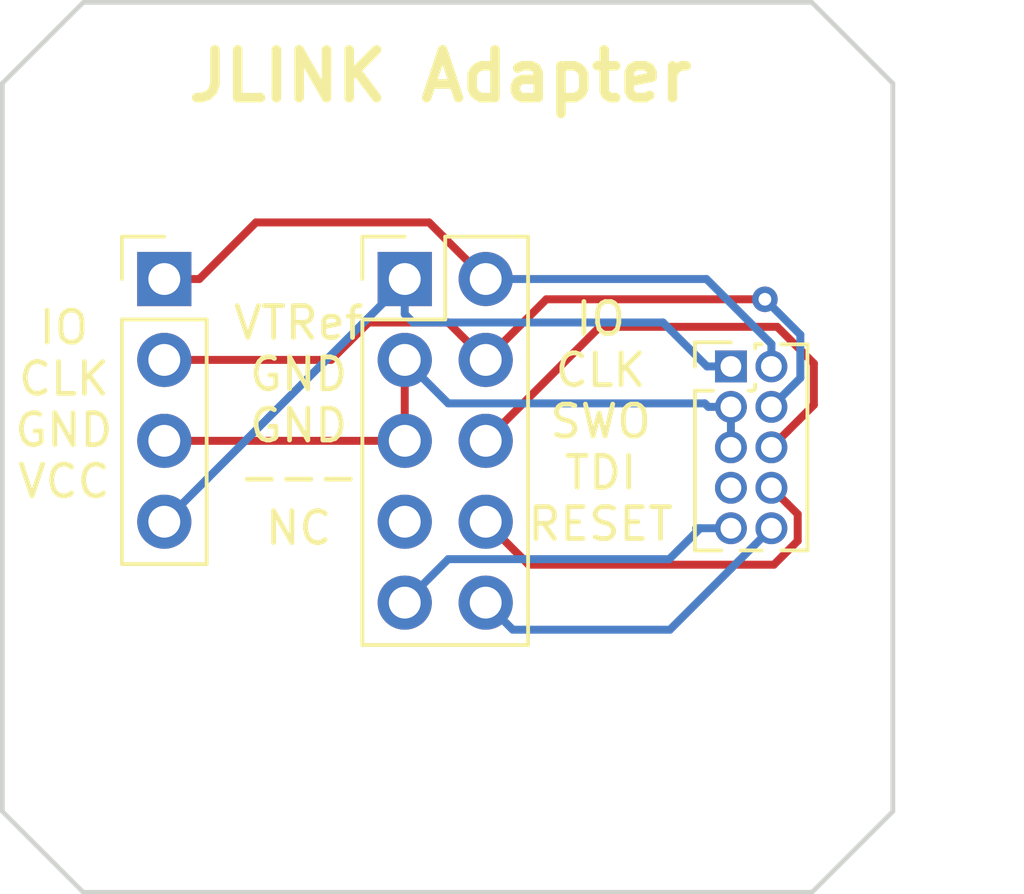
<source format=kicad_pcb>
(kicad_pcb (version 20171130) (host pcbnew "(5.0.0)")

  (general
    (thickness 1.6)
    (drawings 12)
    (tracks 55)
    (zones 0)
    (modules 3)
    (nets 9)
  )

  (page A4)
  (layers
    (0 F.Cu signal)
    (31 B.Cu signal)
    (32 B.Adhes user)
    (33 F.Adhes user)
    (34 B.Paste user)
    (35 F.Paste user)
    (36 B.SilkS user)
    (37 F.SilkS user)
    (38 B.Mask user)
    (39 F.Mask user)
    (40 Dwgs.User user)
    (41 Cmts.User user)
    (42 Eco1.User user)
    (43 Eco2.User user)
    (44 Edge.Cuts user)
    (45 Margin user)
    (46 B.CrtYd user)
    (47 F.CrtYd user)
    (48 B.Fab user)
    (49 F.Fab user)
  )

  (setup
    (last_trace_width 0.25)
    (trace_clearance 0.2)
    (zone_clearance 0.508)
    (zone_45_only no)
    (trace_min 0.2)
    (segment_width 0.2)
    (edge_width 0.15)
    (via_size 0.8)
    (via_drill 0.4)
    (via_min_size 0.4)
    (via_min_drill 0.3)
    (uvia_size 0.3)
    (uvia_drill 0.1)
    (uvias_allowed no)
    (uvia_min_size 0.2)
    (uvia_min_drill 0.1)
    (pcb_text_width 0.3)
    (pcb_text_size 1.5 1.5)
    (mod_edge_width 0.15)
    (mod_text_size 1 1)
    (mod_text_width 0.15)
    (pad_size 1.524 1.524)
    (pad_drill 0.762)
    (pad_to_mask_clearance 0.2)
    (aux_axis_origin 0 0)
    (visible_elements FFFFFF7F)
    (pcbplotparams
      (layerselection 0x010fc_ffffffff)
      (usegerberextensions false)
      (usegerberattributes false)
      (usegerberadvancedattributes false)
      (creategerberjobfile false)
      (excludeedgelayer true)
      (linewidth 0.100000)
      (plotframeref false)
      (viasonmask false)
      (mode 1)
      (useauxorigin false)
      (hpglpennumber 1)
      (hpglpenspeed 20)
      (hpglpendiameter 15.000000)
      (psnegative false)
      (psa4output false)
      (plotreference true)
      (plotvalue true)
      (plotinvisibletext false)
      (padsonsilk false)
      (subtractmaskfromsilk false)
      (outputformat 1)
      (mirror false)
      (drillshape 0)
      (scaleselection 1)
      (outputdirectory "Gerber/"))
  )

  (net 0 "")
  (net 1 VTRef)
  (net 2 SWDIO)
  (net 3 GND)
  (net 4 SWDCLK)
  (net 5 SWO)
  (net 6 TDI)
  (net 7 NC)
  (net 8 nRESET)

  (net_class Default "This is the default net class."
    (clearance 0.2)
    (trace_width 0.25)
    (via_dia 0.8)
    (via_drill 0.4)
    (uvia_dia 0.3)
    (uvia_drill 0.1)
    (add_net GND)
    (add_net NC)
    (add_net SWDCLK)
    (add_net SWDIO)
    (add_net SWO)
    (add_net TDI)
    (add_net VTRef)
    (add_net nRESET)
  )

  (module Connector_PinHeader_1.27mm:PinHeader_2x05_P1.27mm_Vertical (layer F.Cu) (tedit 5ED82828) (tstamp 5ED9910F)
    (at 48.26 36.83)
    (descr "Through hole straight pin header, 2x05, 1.27mm pitch, double rows")
    (tags "Through hole pin header THT 2x05 1.27mm double row")
    (path /5ED82E06)
    (fp_text reference J1 (at 0.635 -1.695) (layer F.SilkS) hide
      (effects (font (size 1 1) (thickness 0.15)))
    )
    (fp_text value Conn_02x05_Odd_Even (at 0.635 6.775) (layer F.Fab)
      (effects (font (size 1 1) (thickness 0.15)))
    )
    (fp_line (start -0.2175 -0.635) (end 2.34 -0.635) (layer F.Fab) (width 0.1))
    (fp_line (start 2.34 -0.635) (end 2.34 5.715) (layer F.Fab) (width 0.1))
    (fp_line (start 2.34 5.715) (end -1.07 5.715) (layer F.Fab) (width 0.1))
    (fp_line (start -1.07 5.715) (end -1.07 0.2175) (layer F.Fab) (width 0.1))
    (fp_line (start -1.07 0.2175) (end -0.2175 -0.635) (layer F.Fab) (width 0.1))
    (fp_line (start -1.13 5.775) (end -0.30753 5.775) (layer F.SilkS) (width 0.12))
    (fp_line (start 1.57753 5.775) (end 2.4 5.775) (layer F.SilkS) (width 0.12))
    (fp_line (start 0.30753 5.775) (end 0.96247 5.775) (layer F.SilkS) (width 0.12))
    (fp_line (start -1.13 0.76) (end -1.13 5.775) (layer F.SilkS) (width 0.12))
    (fp_line (start 2.4 -0.695) (end 2.4 5.775) (layer F.SilkS) (width 0.12))
    (fp_line (start -1.13 0.76) (end -0.563471 0.76) (layer F.SilkS) (width 0.12))
    (fp_line (start 0.563471 0.76) (end 0.706529 0.76) (layer F.SilkS) (width 0.12))
    (fp_line (start 0.76 0.706529) (end 0.76 0.563471) (layer F.SilkS) (width 0.12))
    (fp_line (start 0.76 -0.563471) (end 0.76 -0.695) (layer F.SilkS) (width 0.12))
    (fp_line (start 0.76 -0.695) (end 0.96247 -0.695) (layer F.SilkS) (width 0.12))
    (fp_line (start 1.57753 -0.695) (end 2.4 -0.695) (layer F.SilkS) (width 0.12))
    (fp_line (start -1.13 0) (end -1.13 -0.76) (layer F.SilkS) (width 0.12))
    (fp_line (start -1.13 -0.76) (end 0 -0.76) (layer F.SilkS) (width 0.12))
    (fp_line (start -1.6 -1.15) (end -1.6 6.25) (layer F.CrtYd) (width 0.05))
    (fp_line (start -1.6 6.25) (end 2.85 6.25) (layer F.CrtYd) (width 0.05))
    (fp_line (start 2.85 6.25) (end 2.85 -1.15) (layer F.CrtYd) (width 0.05))
    (fp_line (start 2.85 -1.15) (end -1.6 -1.15) (layer F.CrtYd) (width 0.05))
    (fp_text user %R (at 0.635 2.54 90) (layer F.Fab)
      (effects (font (size 1 1) (thickness 0.15)))
    )
    (pad 1 thru_hole rect (at 0 0) (size 1 1) (drill 0.65) (layers *.Cu *.Mask)
      (net 1 VTRef))
    (pad 2 thru_hole oval (at 1.27 0) (size 1 1) (drill 0.65) (layers *.Cu *.Mask)
      (net 2 SWDIO))
    (pad 3 thru_hole oval (at 0 1.27) (size 1 1) (drill 0.65) (layers *.Cu *.Mask)
      (net 3 GND))
    (pad 4 thru_hole oval (at 1.27 1.27) (size 1 1) (drill 0.65) (layers *.Cu *.Mask)
      (net 4 SWDCLK))
    (pad 5 thru_hole oval (at 0 2.54) (size 1 1) (drill 0.65) (layers *.Cu *.Mask)
      (net 3 GND))
    (pad 6 thru_hole oval (at 1.27 2.54) (size 1 1) (drill 0.65) (layers *.Cu *.Mask)
      (net 5 SWO))
    (pad 7 thru_hole oval (at 0 3.81) (size 1 1) (drill 0.65) (layers *.Cu *.Mask))
    (pad 8 thru_hole oval (at 1.27 3.81) (size 1 1) (drill 0.65) (layers *.Cu *.Mask)
      (net 6 TDI))
    (pad 9 thru_hole oval (at 0 5.08) (size 1 1) (drill 0.65) (layers *.Cu *.Mask)
      (net 7 NC))
    (pad 10 thru_hole oval (at 1.27 5.08) (size 1 1) (drill 0.65) (layers *.Cu *.Mask)
      (net 8 nRESET))
    (model ${KISYS3DMOD}/Connector_PinHeader_1.27mm.3dshapes/PinHeader_2x05_P1.27mm_Vertical.wrl
      (at (xyz 0 0 0))
      (scale (xyz 1 1 1))
      (rotate (xyz 0 0 0))
    )
  )

  (module Connector_PinHeader_2.54mm:PinHeader_2x05_P2.54mm_Vertical (layer F.Cu) (tedit 5ED82823) (tstamp 5ED9912F)
    (at 38.025001 34.085001)
    (descr "Through hole straight pin header, 2x05, 2.54mm pitch, double rows")
    (tags "Through hole pin header THT 2x05 2.54mm double row")
    (path /5ED824EF)
    (fp_text reference J2 (at 1.27 -2.33) (layer F.SilkS) hide
      (effects (font (size 1 1) (thickness 0.15)))
    )
    (fp_text value Conn_02x05_Odd_Even (at 1.27 12.49) (layer F.Fab)
      (effects (font (size 1 1) (thickness 0.15)))
    )
    (fp_line (start 0 -1.27) (end 3.81 -1.27) (layer F.Fab) (width 0.1))
    (fp_line (start 3.81 -1.27) (end 3.81 11.43) (layer F.Fab) (width 0.1))
    (fp_line (start 3.81 11.43) (end -1.27 11.43) (layer F.Fab) (width 0.1))
    (fp_line (start -1.27 11.43) (end -1.27 0) (layer F.Fab) (width 0.1))
    (fp_line (start -1.27 0) (end 0 -1.27) (layer F.Fab) (width 0.1))
    (fp_line (start -1.33 11.49) (end 3.87 11.49) (layer F.SilkS) (width 0.12))
    (fp_line (start -1.33 1.27) (end -1.33 11.49) (layer F.SilkS) (width 0.12))
    (fp_line (start 3.87 -1.33) (end 3.87 11.49) (layer F.SilkS) (width 0.12))
    (fp_line (start -1.33 1.27) (end 1.27 1.27) (layer F.SilkS) (width 0.12))
    (fp_line (start 1.27 1.27) (end 1.27 -1.33) (layer F.SilkS) (width 0.12))
    (fp_line (start 1.27 -1.33) (end 3.87 -1.33) (layer F.SilkS) (width 0.12))
    (fp_line (start -1.33 0) (end -1.33 -1.33) (layer F.SilkS) (width 0.12))
    (fp_line (start -1.33 -1.33) (end 0 -1.33) (layer F.SilkS) (width 0.12))
    (fp_line (start -1.8 -1.8) (end -1.8 11.95) (layer F.CrtYd) (width 0.05))
    (fp_line (start -1.8 11.95) (end 4.35 11.95) (layer F.CrtYd) (width 0.05))
    (fp_line (start 4.35 11.95) (end 4.35 -1.8) (layer F.CrtYd) (width 0.05))
    (fp_line (start 4.35 -1.8) (end -1.8 -1.8) (layer F.CrtYd) (width 0.05))
    (fp_text user %R (at 1.27 5.08 90) (layer F.Fab)
      (effects (font (size 1 1) (thickness 0.15)))
    )
    (pad 1 thru_hole rect (at 0 0) (size 1.7 1.7) (drill 1) (layers *.Cu *.Mask)
      (net 1 VTRef))
    (pad 2 thru_hole oval (at 2.54 0) (size 1.7 1.7) (drill 1) (layers *.Cu *.Mask)
      (net 2 SWDIO))
    (pad 3 thru_hole oval (at 0 2.54) (size 1.7 1.7) (drill 1) (layers *.Cu *.Mask)
      (net 3 GND))
    (pad 4 thru_hole oval (at 2.54 2.54) (size 1.7 1.7) (drill 1) (layers *.Cu *.Mask)
      (net 4 SWDCLK))
    (pad 5 thru_hole oval (at 0 5.08) (size 1.7 1.7) (drill 1) (layers *.Cu *.Mask)
      (net 3 GND))
    (pad 6 thru_hole oval (at 2.54 5.08) (size 1.7 1.7) (drill 1) (layers *.Cu *.Mask)
      (net 5 SWO))
    (pad 7 thru_hole oval (at 0 7.62) (size 1.7 1.7) (drill 1) (layers *.Cu *.Mask))
    (pad 8 thru_hole oval (at 2.54 7.62) (size 1.7 1.7) (drill 1) (layers *.Cu *.Mask)
      (net 6 TDI))
    (pad 9 thru_hole oval (at 0 10.16) (size 1.7 1.7) (drill 1) (layers *.Cu *.Mask)
      (net 7 NC))
    (pad 10 thru_hole oval (at 2.54 10.16) (size 1.7 1.7) (drill 1) (layers *.Cu *.Mask)
      (net 8 nRESET))
    (model ${KISYS3DMOD}/Connector_PinHeader_2.54mm.3dshapes/PinHeader_2x05_P2.54mm_Vertical.wrl
      (at (xyz 0 0 0))
      (scale (xyz 1 1 1))
      (rotate (xyz 0 0 0))
    )
  )

  (module Connector_PinHeader_2.54mm:PinHeader_1x04_P2.54mm_Vertical (layer F.Cu) (tedit 5ED8282D) (tstamp 5ED99147)
    (at 30.48 34.085001)
    (descr "Through hole straight pin header, 1x04, 2.54mm pitch, single row")
    (tags "Through hole pin header THT 1x04 2.54mm single row")
    (path /5ED82397)
    (fp_text reference J3 (at 0 -2.33) (layer F.SilkS) hide
      (effects (font (size 1 1) (thickness 0.15)))
    )
    (fp_text value Conn_01x04 (at 0 9.95) (layer F.Fab)
      (effects (font (size 1 1) (thickness 0.15)))
    )
    (fp_line (start -0.635 -1.27) (end 1.27 -1.27) (layer F.Fab) (width 0.1))
    (fp_line (start 1.27 -1.27) (end 1.27 8.89) (layer F.Fab) (width 0.1))
    (fp_line (start 1.27 8.89) (end -1.27 8.89) (layer F.Fab) (width 0.1))
    (fp_line (start -1.27 8.89) (end -1.27 -0.635) (layer F.Fab) (width 0.1))
    (fp_line (start -1.27 -0.635) (end -0.635 -1.27) (layer F.Fab) (width 0.1))
    (fp_line (start -1.33 8.95) (end 1.33 8.95) (layer F.SilkS) (width 0.12))
    (fp_line (start -1.33 1.27) (end -1.33 8.95) (layer F.SilkS) (width 0.12))
    (fp_line (start 1.33 1.27) (end 1.33 8.95) (layer F.SilkS) (width 0.12))
    (fp_line (start -1.33 1.27) (end 1.33 1.27) (layer F.SilkS) (width 0.12))
    (fp_line (start -1.33 0) (end -1.33 -1.33) (layer F.SilkS) (width 0.12))
    (fp_line (start -1.33 -1.33) (end 0 -1.33) (layer F.SilkS) (width 0.12))
    (fp_line (start -1.8 -1.8) (end -1.8 9.4) (layer F.CrtYd) (width 0.05))
    (fp_line (start -1.8 9.4) (end 1.8 9.4) (layer F.CrtYd) (width 0.05))
    (fp_line (start 1.8 9.4) (end 1.8 -1.8) (layer F.CrtYd) (width 0.05))
    (fp_line (start 1.8 -1.8) (end -1.8 -1.8) (layer F.CrtYd) (width 0.05))
    (fp_text user %R (at 0 3.81 90) (layer F.Fab)
      (effects (font (size 1 1) (thickness 0.15)))
    )
    (pad 1 thru_hole rect (at 0 0) (size 1.7 1.7) (drill 1) (layers *.Cu *.Mask)
      (net 2 SWDIO))
    (pad 2 thru_hole oval (at 0 2.54) (size 1.7 1.7) (drill 1) (layers *.Cu *.Mask)
      (net 4 SWDCLK))
    (pad 3 thru_hole oval (at 0 5.08) (size 1.7 1.7) (drill 1) (layers *.Cu *.Mask)
      (net 3 GND))
    (pad 4 thru_hole oval (at 0 7.62) (size 1.7 1.7) (drill 1) (layers *.Cu *.Mask)
      (net 1 VTRef))
    (model ${KISYS3DMOD}/Connector_PinHeader_2.54mm.3dshapes/PinHeader_1x04_P2.54mm_Vertical.wrl
      (at (xyz 0 0 0))
      (scale (xyz 1 1 1))
      (rotate (xyz 0 0 0))
    )
  )

  (gr_text "JLINK Adapter" (at 39.1414 27.7114) (layer F.SilkS)
    (effects (font (size 1.5 1.5) (thickness 0.3)))
  )
  (gr_text "IO\nCLK\nSWO\nTDI\nRESET" (at 44.1706 38.5572) (layer F.SilkS) (tstamp 5ED99369)
    (effects (font (size 1 1) (thickness 0.15)))
  )
  (gr_text "VTRef\nGND\nGND\n---\nNC\n" (at 34.6964 38.6842) (layer F.SilkS)
    (effects (font (size 1 1) (thickness 0.15)))
  )
  (gr_text "IO\nCLK\nGND\nVCC\n" (at 27.3304 38.0238) (layer F.SilkS)
    (effects (font (size 1 1) (thickness 0.15)))
  )
  (gr_line (start 27.94 25.4) (end 25.4 27.94) (layer Edge.Cuts) (width 0.15))
  (gr_line (start 50.8 25.4) (end 27.94 25.4) (layer Edge.Cuts) (width 0.15))
  (gr_line (start 53.34 27.94) (end 50.8 25.4) (layer Edge.Cuts) (width 0.15))
  (gr_line (start 53.34 50.8) (end 53.34 27.94) (layer Edge.Cuts) (width 0.15))
  (gr_line (start 50.8 53.34) (end 53.34 50.8) (layer Edge.Cuts) (width 0.15))
  (gr_line (start 27.94 53.34) (end 50.8 53.34) (layer Edge.Cuts) (width 0.15))
  (gr_line (start 25.4 50.8) (end 27.94 53.34) (layer Edge.Cuts) (width 0.15))
  (gr_line (start 25.4 27.94) (end 25.4 50.8) (layer Edge.Cuts) (width 0.15))

  (segment (start 38.025001 34.16) (end 38.025001 34.085001) (width 0.25) (layer B.Cu) (net 1))
  (segment (start 30.48 41.705001) (end 38.025001 34.16) (width 0.25) (layer B.Cu) (net 1))
  (segment (start 47.51 36.83) (end 48.26 36.83) (width 0.25) (layer B.Cu) (net 1))
  (segment (start 46.13 35.45) (end 47.51 36.83) (width 0.25) (layer B.Cu) (net 1))
  (segment (start 38.29 35.45) (end 46.13 35.45) (width 0.25) (layer B.Cu) (net 1))
  (segment (start 38.025001 35.185001) (end 38.29 35.45) (width 0.25) (layer B.Cu) (net 1))
  (segment (start 38.025001 34.085001) (end 38.025001 35.185001) (width 0.25) (layer B.Cu) (net 1))
  (segment (start 31.58 34.085001) (end 33.356201 32.3088) (width 0.25) (layer F.Cu) (net 2))
  (segment (start 30.48 34.085001) (end 31.58 34.085001) (width 0.25) (layer F.Cu) (net 2))
  (segment (start 38.7888 32.3088) (end 40.565001 34.085001) (width 0.25) (layer F.Cu) (net 2))
  (segment (start 33.356201 32.3088) (end 38.7888 32.3088) (width 0.25) (layer F.Cu) (net 2))
  (segment (start 49.53 36.122894) (end 49.53 36.83) (width 0.25) (layer B.Cu) (net 2))
  (segment (start 47.492107 34.085001) (end 49.53 36.122894) (width 0.25) (layer B.Cu) (net 2))
  (segment (start 40.565001 34.085001) (end 47.492107 34.085001) (width 0.25) (layer B.Cu) (net 2))
  (segment (start 30.48 39.165001) (end 38.025001 39.165001) (width 0.25) (layer F.Cu) (net 3))
  (segment (start 38.025001 39.165001) (end 38.025001 36.625001) (width 0.25) (layer F.Cu) (net 3))
  (segment (start 47.552894 38.1) (end 48.26 38.1) (width 0.25) (layer B.Cu) (net 3))
  (segment (start 47.442894 37.99) (end 47.552894 38.1) (width 0.25) (layer B.Cu) (net 3))
  (segment (start 39.39 37.99) (end 47.442894 37.99) (width 0.25) (layer B.Cu) (net 3))
  (segment (start 38.025001 36.625001) (end 39.39 37.99) (width 0.25) (layer B.Cu) (net 3))
  (segment (start 48.26 38.1) (end 48.26 39.37) (width 0.25) (layer B.Cu) (net 3))
  (segment (start 39.39 35.45) (end 40.565001 36.625001) (width 0.25) (layer F.Cu) (net 4))
  (segment (start 36.8892 35.45) (end 39.39 35.45) (width 0.25) (layer F.Cu) (net 4))
  (segment (start 30.48 36.625001) (end 35.714199 36.625001) (width 0.25) (layer F.Cu) (net 4))
  (segment (start 35.714199 36.625001) (end 36.8892 35.45) (width 0.25) (layer F.Cu) (net 4))
  (segment (start 49.726799 35.121799) (end 49.3268 34.7218) (width 0.25) (layer B.Cu) (net 4))
  (segment (start 48.761115 34.7218) (end 49.3268 34.7218) (width 0.25) (layer F.Cu) (net 4))
  (segment (start 50.437999 37.192001) (end 50.437999 35.832999) (width 0.25) (layer B.Cu) (net 4))
  (segment (start 50.437999 35.832999) (end 49.726799 35.121799) (width 0.25) (layer B.Cu) (net 4))
  (segment (start 49.53 38.1) (end 50.437999 37.192001) (width 0.25) (layer B.Cu) (net 4))
  (segment (start 42.468202 34.7218) (end 48.761115 34.7218) (width 0.25) (layer F.Cu) (net 4))
  (segment (start 40.565001 36.625001) (end 42.468202 34.7218) (width 0.25) (layer F.Cu) (net 4))
  (via (at 49.3268 34.7218) (size 0.8) (drill 0.4) (layers F.Cu B.Cu) (net 4))
  (segment (start 40.565001 39.165001) (end 44.144602 35.5854) (width 0.25) (layer F.Cu) (net 5))
  (segment (start 49.7118 35.5854) (end 50.862398 36.735998) (width 0.25) (layer F.Cu) (net 5))
  (segment (start 50.862398 38.037602) (end 50.029999 38.870001) (width 0.25) (layer F.Cu) (net 5))
  (segment (start 50.862398 36.735998) (end 50.862398 38.037602) (width 0.25) (layer F.Cu) (net 5))
  (segment (start 44.144602 35.5854) (end 49.7118 35.5854) (width 0.25) (layer F.Cu) (net 5))
  (segment (start 50.029999 38.870001) (end 49.53 39.37) (width 0.25) (layer F.Cu) (net 5))
  (segment (start 40.565001 41.705001) (end 41.913 43.053) (width 0.25) (layer F.Cu) (net 6))
  (segment (start 50.029999 41.139999) (end 49.53 40.64) (width 0.25) (layer F.Cu) (net 6))
  (segment (start 50.355001 41.465001) (end 50.029999 41.139999) (width 0.25) (layer F.Cu) (net 6))
  (segment (start 50.355001 42.306001) (end 50.355001 41.465001) (width 0.25) (layer F.Cu) (net 6))
  (segment (start 49.608002 43.053) (end 50.355001 42.306001) (width 0.25) (layer F.Cu) (net 6))
  (segment (start 41.913 43.053) (end 49.608002 43.053) (width 0.25) (layer F.Cu) (net 6))
  (segment (start 38.875 43.395002) (end 38.025001 44.245001) (width 0.25) (layer B.Cu) (net 7))
  (segment (start 39.39 42.880002) (end 38.875 43.395002) (width 0.25) (layer B.Cu) (net 7))
  (segment (start 46.324798 42.880002) (end 39.39 42.880002) (width 0.25) (layer B.Cu) (net 7))
  (segment (start 47.2948 41.91) (end 46.324798 42.880002) (width 0.25) (layer B.Cu) (net 7))
  (segment (start 47.2948 41.91) (end 47.1678 41.91) (width 0.25) (layer B.Cu) (net 7))
  (segment (start 48.26 41.91) (end 47.2948 41.91) (width 0.25) (layer B.Cu) (net 7))
  (segment (start 49.030001 42.409999) (end 49.53 41.91) (width 0.25) (layer B.Cu) (net 8))
  (segment (start 46.345 45.095) (end 49.030001 42.409999) (width 0.25) (layer B.Cu) (net 8))
  (segment (start 41.415 45.095) (end 46.345 45.095) (width 0.25) (layer B.Cu) (net 8))
  (segment (start 40.565001 44.245001) (end 41.415 45.095) (width 0.25) (layer B.Cu) (net 8))

)

</source>
